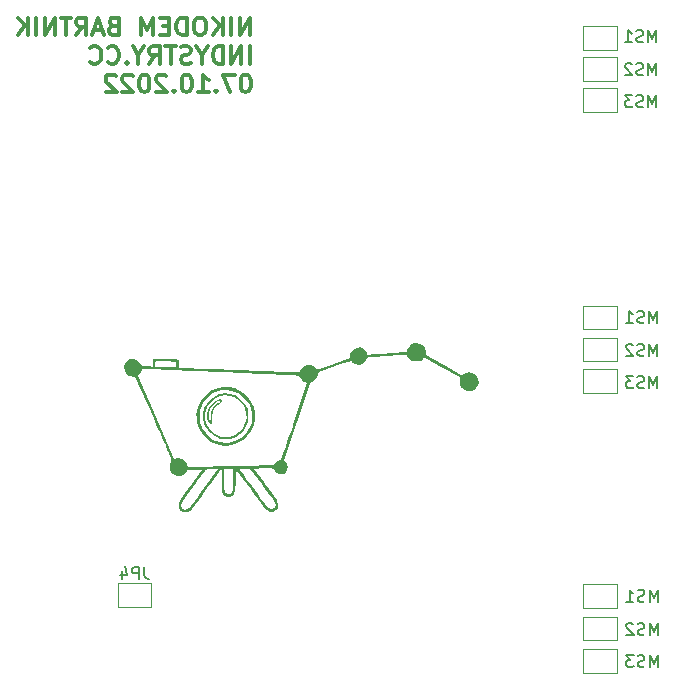
<source format=gbo>
%TF.GenerationSoftware,KiCad,Pcbnew,(6.0.6)*%
%TF.CreationDate,2022-10-10T12:51:25+02:00*%
%TF.ProjectId,startrckr_pcb,73746172-7472-4636-9b72-5f7063622e6b,rev?*%
%TF.SameCoordinates,Original*%
%TF.FileFunction,Legend,Bot*%
%TF.FilePolarity,Positive*%
%FSLAX46Y46*%
G04 Gerber Fmt 4.6, Leading zero omitted, Abs format (unit mm)*
G04 Created by KiCad (PCBNEW (6.0.6)) date 2022-10-10 12:51:25*
%MOMM*%
%LPD*%
G01*
G04 APERTURE LIST*
G04 Aperture macros list*
%AMRoundRect*
0 Rectangle with rounded corners*
0 $1 Rounding radius*
0 $2 $3 $4 $5 $6 $7 $8 $9 X,Y pos of 4 corners*
0 Add a 4 corners polygon primitive as box body*
4,1,4,$2,$3,$4,$5,$6,$7,$8,$9,$2,$3,0*
0 Add four circle primitives for the rounded corners*
1,1,$1+$1,$2,$3*
1,1,$1+$1,$4,$5*
1,1,$1+$1,$6,$7*
1,1,$1+$1,$8,$9*
0 Add four rect primitives between the rounded corners*
20,1,$1+$1,$2,$3,$4,$5,0*
20,1,$1+$1,$4,$5,$6,$7,0*
20,1,$1+$1,$6,$7,$8,$9,0*
20,1,$1+$1,$8,$9,$2,$3,0*%
G04 Aperture macros list end*
%ADD10C,0.300000*%
%ADD11C,0.177800*%
%ADD12C,0.150000*%
%ADD13C,0.120000*%
%ADD14R,1.700000X1.700000*%
%ADD15O,1.700000X1.700000*%
%ADD16RoundRect,0.250000X0.725000X-0.600000X0.725000X0.600000X-0.725000X0.600000X-0.725000X-0.600000X0*%
%ADD17O,1.950000X1.700000*%
%ADD18R,3.000000X3.000000*%
%ADD19C,3.000000*%
%ADD20C,1.700000*%
%ADD21C,4.000000*%
%ADD22R,1.600000X1.600000*%
%ADD23O,1.600000X1.600000*%
%ADD24R,2.000000X2.000000*%
%ADD25C,2.000000*%
%ADD26R,1.000000X1.500000*%
G04 APERTURE END LIST*
D10*
X182298952Y-63322191D02*
X182298952Y-61822191D01*
X181441809Y-63322191D01*
X181441809Y-61822191D01*
X180727523Y-63322191D02*
X180727523Y-61822191D01*
X180013237Y-63322191D02*
X180013237Y-61822191D01*
X179156095Y-63322191D02*
X179798952Y-62465048D01*
X179156095Y-61822191D02*
X180013237Y-62679334D01*
X178227523Y-61822191D02*
X177941809Y-61822191D01*
X177798952Y-61893620D01*
X177656095Y-62036477D01*
X177584666Y-62322191D01*
X177584666Y-62822191D01*
X177656095Y-63107905D01*
X177798952Y-63250762D01*
X177941809Y-63322191D01*
X178227523Y-63322191D01*
X178370380Y-63250762D01*
X178513237Y-63107905D01*
X178584666Y-62822191D01*
X178584666Y-62322191D01*
X178513237Y-62036477D01*
X178370380Y-61893620D01*
X178227523Y-61822191D01*
X176941809Y-63322191D02*
X176941809Y-61822191D01*
X176584666Y-61822191D01*
X176370380Y-61893620D01*
X176227523Y-62036477D01*
X176156095Y-62179334D01*
X176084666Y-62465048D01*
X176084666Y-62679334D01*
X176156095Y-62965048D01*
X176227523Y-63107905D01*
X176370380Y-63250762D01*
X176584666Y-63322191D01*
X176941809Y-63322191D01*
X175441809Y-62536477D02*
X174941809Y-62536477D01*
X174727523Y-63322191D02*
X175441809Y-63322191D01*
X175441809Y-61822191D01*
X174727523Y-61822191D01*
X174084666Y-63322191D02*
X174084666Y-61822191D01*
X173584666Y-62893620D01*
X173084666Y-61822191D01*
X173084666Y-63322191D01*
X170727523Y-62536477D02*
X170513237Y-62607905D01*
X170441809Y-62679334D01*
X170370380Y-62822191D01*
X170370380Y-63036477D01*
X170441809Y-63179334D01*
X170513237Y-63250762D01*
X170656095Y-63322191D01*
X171227523Y-63322191D01*
X171227523Y-61822191D01*
X170727523Y-61822191D01*
X170584666Y-61893620D01*
X170513237Y-61965048D01*
X170441809Y-62107905D01*
X170441809Y-62250762D01*
X170513237Y-62393620D01*
X170584666Y-62465048D01*
X170727523Y-62536477D01*
X171227523Y-62536477D01*
X169798952Y-62893620D02*
X169084666Y-62893620D01*
X169941809Y-63322191D02*
X169441809Y-61822191D01*
X168941809Y-63322191D01*
X167584666Y-63322191D02*
X168084666Y-62607905D01*
X168441809Y-63322191D02*
X168441809Y-61822191D01*
X167870380Y-61822191D01*
X167727523Y-61893620D01*
X167656095Y-61965048D01*
X167584666Y-62107905D01*
X167584666Y-62322191D01*
X167656095Y-62465048D01*
X167727523Y-62536477D01*
X167870380Y-62607905D01*
X168441809Y-62607905D01*
X167156095Y-61822191D02*
X166298952Y-61822191D01*
X166727523Y-63322191D02*
X166727523Y-61822191D01*
X165798952Y-63322191D02*
X165798952Y-61822191D01*
X164941809Y-63322191D01*
X164941809Y-61822191D01*
X164227523Y-63322191D02*
X164227523Y-61822191D01*
X163513237Y-63322191D02*
X163513237Y-61822191D01*
X162656095Y-63322191D02*
X163298952Y-62465048D01*
X162656095Y-61822191D02*
X163513237Y-62679334D01*
X182298952Y-65737191D02*
X182298952Y-64237191D01*
X181584666Y-65737191D02*
X181584666Y-64237191D01*
X180727523Y-65737191D01*
X180727523Y-64237191D01*
X180013237Y-65737191D02*
X180013237Y-64237191D01*
X179656095Y-64237191D01*
X179441809Y-64308620D01*
X179298952Y-64451477D01*
X179227523Y-64594334D01*
X179156095Y-64880048D01*
X179156095Y-65094334D01*
X179227523Y-65380048D01*
X179298952Y-65522905D01*
X179441809Y-65665762D01*
X179656095Y-65737191D01*
X180013237Y-65737191D01*
X178227523Y-65022905D02*
X178227523Y-65737191D01*
X178727523Y-64237191D02*
X178227523Y-65022905D01*
X177727523Y-64237191D01*
X177298952Y-65665762D02*
X177084666Y-65737191D01*
X176727523Y-65737191D01*
X176584666Y-65665762D01*
X176513237Y-65594334D01*
X176441809Y-65451477D01*
X176441809Y-65308620D01*
X176513237Y-65165762D01*
X176584666Y-65094334D01*
X176727523Y-65022905D01*
X177013237Y-64951477D01*
X177156095Y-64880048D01*
X177227523Y-64808620D01*
X177298952Y-64665762D01*
X177298952Y-64522905D01*
X177227523Y-64380048D01*
X177156095Y-64308620D01*
X177013237Y-64237191D01*
X176656095Y-64237191D01*
X176441809Y-64308620D01*
X176013237Y-64237191D02*
X175156095Y-64237191D01*
X175584666Y-65737191D02*
X175584666Y-64237191D01*
X173798952Y-65737191D02*
X174298952Y-65022905D01*
X174656095Y-65737191D02*
X174656095Y-64237191D01*
X174084666Y-64237191D01*
X173941809Y-64308620D01*
X173870380Y-64380048D01*
X173798952Y-64522905D01*
X173798952Y-64737191D01*
X173870380Y-64880048D01*
X173941809Y-64951477D01*
X174084666Y-65022905D01*
X174656095Y-65022905D01*
X172870380Y-65022905D02*
X172870380Y-65737191D01*
X173370380Y-64237191D02*
X172870380Y-65022905D01*
X172370380Y-64237191D01*
X171870380Y-65594334D02*
X171798952Y-65665762D01*
X171870380Y-65737191D01*
X171941809Y-65665762D01*
X171870380Y-65594334D01*
X171870380Y-65737191D01*
X170298952Y-65594334D02*
X170370380Y-65665762D01*
X170584666Y-65737191D01*
X170727523Y-65737191D01*
X170941809Y-65665762D01*
X171084666Y-65522905D01*
X171156095Y-65380048D01*
X171227523Y-65094334D01*
X171227523Y-64880048D01*
X171156095Y-64594334D01*
X171084666Y-64451477D01*
X170941809Y-64308620D01*
X170727523Y-64237191D01*
X170584666Y-64237191D01*
X170370380Y-64308620D01*
X170298952Y-64380048D01*
X168798952Y-65594334D02*
X168870380Y-65665762D01*
X169084666Y-65737191D01*
X169227523Y-65737191D01*
X169441809Y-65665762D01*
X169584666Y-65522905D01*
X169656095Y-65380048D01*
X169727523Y-65094334D01*
X169727523Y-64880048D01*
X169656095Y-64594334D01*
X169584666Y-64451477D01*
X169441809Y-64308620D01*
X169227523Y-64237191D01*
X169084666Y-64237191D01*
X168870380Y-64308620D01*
X168798952Y-64380048D01*
X182013237Y-66652191D02*
X181870380Y-66652191D01*
X181727523Y-66723620D01*
X181656095Y-66795048D01*
X181584666Y-66937905D01*
X181513237Y-67223620D01*
X181513237Y-67580762D01*
X181584666Y-67866477D01*
X181656095Y-68009334D01*
X181727523Y-68080762D01*
X181870380Y-68152191D01*
X182013237Y-68152191D01*
X182156095Y-68080762D01*
X182227523Y-68009334D01*
X182298952Y-67866477D01*
X182370380Y-67580762D01*
X182370380Y-67223620D01*
X182298952Y-66937905D01*
X182227523Y-66795048D01*
X182156095Y-66723620D01*
X182013237Y-66652191D01*
X181013237Y-66652191D02*
X180013237Y-66652191D01*
X180656095Y-68152191D01*
X179441809Y-68009334D02*
X179370380Y-68080762D01*
X179441809Y-68152191D01*
X179513237Y-68080762D01*
X179441809Y-68009334D01*
X179441809Y-68152191D01*
X177941809Y-68152191D02*
X178798952Y-68152191D01*
X178370380Y-68152191D02*
X178370380Y-66652191D01*
X178513237Y-66866477D01*
X178656095Y-67009334D01*
X178798952Y-67080762D01*
X177013237Y-66652191D02*
X176870380Y-66652191D01*
X176727523Y-66723620D01*
X176656095Y-66795048D01*
X176584666Y-66937905D01*
X176513237Y-67223620D01*
X176513237Y-67580762D01*
X176584666Y-67866477D01*
X176656095Y-68009334D01*
X176727523Y-68080762D01*
X176870380Y-68152191D01*
X177013237Y-68152191D01*
X177156095Y-68080762D01*
X177227523Y-68009334D01*
X177298952Y-67866477D01*
X177370380Y-67580762D01*
X177370380Y-67223620D01*
X177298952Y-66937905D01*
X177227523Y-66795048D01*
X177156095Y-66723620D01*
X177013237Y-66652191D01*
X175870380Y-68009334D02*
X175798952Y-68080762D01*
X175870380Y-68152191D01*
X175941809Y-68080762D01*
X175870380Y-68009334D01*
X175870380Y-68152191D01*
X175227523Y-66795048D02*
X175156095Y-66723620D01*
X175013237Y-66652191D01*
X174656095Y-66652191D01*
X174513237Y-66723620D01*
X174441809Y-66795048D01*
X174370380Y-66937905D01*
X174370380Y-67080762D01*
X174441809Y-67295048D01*
X175298952Y-68152191D01*
X174370380Y-68152191D01*
X173441809Y-66652191D02*
X173298952Y-66652191D01*
X173156095Y-66723620D01*
X173084666Y-66795048D01*
X173013237Y-66937905D01*
X172941809Y-67223620D01*
X172941809Y-67580762D01*
X173013237Y-67866477D01*
X173084666Y-68009334D01*
X173156095Y-68080762D01*
X173298952Y-68152191D01*
X173441809Y-68152191D01*
X173584666Y-68080762D01*
X173656095Y-68009334D01*
X173727523Y-67866477D01*
X173798952Y-67580762D01*
X173798952Y-67223620D01*
X173727523Y-66937905D01*
X173656095Y-66795048D01*
X173584666Y-66723620D01*
X173441809Y-66652191D01*
X172370380Y-66795048D02*
X172298952Y-66723620D01*
X172156095Y-66652191D01*
X171798952Y-66652191D01*
X171656095Y-66723620D01*
X171584666Y-66795048D01*
X171513237Y-66937905D01*
X171513237Y-67080762D01*
X171584666Y-67295048D01*
X172441809Y-68152191D01*
X171513237Y-68152191D01*
X170941809Y-66795048D02*
X170870380Y-66723620D01*
X170727523Y-66652191D01*
X170370380Y-66652191D01*
X170227523Y-66723620D01*
X170156095Y-66795048D01*
X170084666Y-66937905D01*
X170084666Y-67080762D01*
X170156095Y-67295048D01*
X171013237Y-68152191D01*
X170084666Y-68152191D01*
D11*
X216724033Y-63912837D02*
X216724033Y-62896837D01*
X216385367Y-63622551D01*
X216046700Y-62896837D01*
X216046700Y-63912837D01*
X215611271Y-63864456D02*
X215466128Y-63912837D01*
X215224224Y-63912837D01*
X215127462Y-63864456D01*
X215079081Y-63816075D01*
X215030700Y-63719313D01*
X215030700Y-63622551D01*
X215079081Y-63525789D01*
X215127462Y-63477408D01*
X215224224Y-63429027D01*
X215417748Y-63380646D01*
X215514509Y-63332265D01*
X215562890Y-63283884D01*
X215611271Y-63187122D01*
X215611271Y-63090360D01*
X215562890Y-62993598D01*
X215514509Y-62945218D01*
X215417748Y-62896837D01*
X215175843Y-62896837D01*
X215030700Y-62945218D01*
X214063081Y-63912837D02*
X214643652Y-63912837D01*
X214353367Y-63912837D02*
X214353367Y-62896837D01*
X214450128Y-63041979D01*
X214546890Y-63138741D01*
X214643652Y-63187122D01*
X216805727Y-87679903D02*
X216805727Y-86663903D01*
X216467061Y-87389617D01*
X216128394Y-86663903D01*
X216128394Y-87679903D01*
X215692965Y-87631522D02*
X215547822Y-87679903D01*
X215305918Y-87679903D01*
X215209156Y-87631522D01*
X215160775Y-87583141D01*
X215112394Y-87486379D01*
X215112394Y-87389617D01*
X215160775Y-87292855D01*
X215209156Y-87244474D01*
X215305918Y-87196093D01*
X215499442Y-87147712D01*
X215596203Y-87099331D01*
X215644584Y-87050950D01*
X215692965Y-86954188D01*
X215692965Y-86857426D01*
X215644584Y-86760664D01*
X215596203Y-86712284D01*
X215499442Y-86663903D01*
X215257537Y-86663903D01*
X215112394Y-86712284D01*
X214144775Y-87679903D02*
X214725346Y-87679903D01*
X214435061Y-87679903D02*
X214435061Y-86663903D01*
X214531822Y-86809045D01*
X214628584Y-86905807D01*
X214725346Y-86954188D01*
X216820481Y-116814209D02*
X216820481Y-115798209D01*
X216481815Y-116523923D01*
X216143148Y-115798209D01*
X216143148Y-116814209D01*
X215707719Y-116765828D02*
X215562576Y-116814209D01*
X215320672Y-116814209D01*
X215223910Y-116765828D01*
X215175529Y-116717447D01*
X215127148Y-116620685D01*
X215127148Y-116523923D01*
X215175529Y-116427161D01*
X215223910Y-116378780D01*
X215320672Y-116330399D01*
X215514196Y-116282018D01*
X215610957Y-116233637D01*
X215659338Y-116185256D01*
X215707719Y-116088494D01*
X215707719Y-115991732D01*
X215659338Y-115894970D01*
X215610957Y-115846590D01*
X215514196Y-115798209D01*
X215272291Y-115798209D01*
X215127148Y-115846590D01*
X214788481Y-115798209D02*
X214159529Y-115798209D01*
X214498196Y-116185256D01*
X214353053Y-116185256D01*
X214256291Y-116233637D01*
X214207910Y-116282018D01*
X214159529Y-116378780D01*
X214159529Y-116620685D01*
X214207910Y-116717447D01*
X214256291Y-116765828D01*
X214353053Y-116814209D01*
X214643338Y-116814209D01*
X214740100Y-116765828D01*
X214788481Y-116717447D01*
X216820481Y-114101946D02*
X216820481Y-113085946D01*
X216481815Y-113811660D01*
X216143148Y-113085946D01*
X216143148Y-114101946D01*
X215707719Y-114053565D02*
X215562576Y-114101946D01*
X215320672Y-114101946D01*
X215223910Y-114053565D01*
X215175529Y-114005184D01*
X215127148Y-113908422D01*
X215127148Y-113811660D01*
X215175529Y-113714898D01*
X215223910Y-113666517D01*
X215320672Y-113618136D01*
X215514196Y-113569755D01*
X215610957Y-113521374D01*
X215659338Y-113472993D01*
X215707719Y-113376231D01*
X215707719Y-113279469D01*
X215659338Y-113182707D01*
X215610957Y-113134327D01*
X215514196Y-113085946D01*
X215272291Y-113085946D01*
X215127148Y-113134327D01*
X214740100Y-113182707D02*
X214691719Y-113134327D01*
X214594957Y-113085946D01*
X214353053Y-113085946D01*
X214256291Y-113134327D01*
X214207910Y-113182707D01*
X214159529Y-113279469D01*
X214159529Y-113376231D01*
X214207910Y-113521374D01*
X214788481Y-114101946D01*
X214159529Y-114101946D01*
X216724033Y-69427267D02*
X216724033Y-68411267D01*
X216385367Y-69136981D01*
X216046700Y-68411267D01*
X216046700Y-69427267D01*
X215611271Y-69378886D02*
X215466128Y-69427267D01*
X215224224Y-69427267D01*
X215127462Y-69378886D01*
X215079081Y-69330505D01*
X215030700Y-69233743D01*
X215030700Y-69136981D01*
X215079081Y-69040219D01*
X215127462Y-68991838D01*
X215224224Y-68943457D01*
X215417748Y-68895076D01*
X215514509Y-68846695D01*
X215562890Y-68798314D01*
X215611271Y-68701552D01*
X215611271Y-68604790D01*
X215562890Y-68508028D01*
X215514509Y-68459648D01*
X215417748Y-68411267D01*
X215175843Y-68411267D01*
X215030700Y-68459648D01*
X214692033Y-68411267D02*
X214063081Y-68411267D01*
X214401748Y-68798314D01*
X214256605Y-68798314D01*
X214159843Y-68846695D01*
X214111462Y-68895076D01*
X214063081Y-68991838D01*
X214063081Y-69233743D01*
X214111462Y-69330505D01*
X214159843Y-69378886D01*
X214256605Y-69427267D01*
X214546890Y-69427267D01*
X214643652Y-69378886D01*
X214692033Y-69330505D01*
X216805727Y-93194333D02*
X216805727Y-92178333D01*
X216467061Y-92904047D01*
X216128394Y-92178333D01*
X216128394Y-93194333D01*
X215692965Y-93145952D02*
X215547822Y-93194333D01*
X215305918Y-93194333D01*
X215209156Y-93145952D01*
X215160775Y-93097571D01*
X215112394Y-93000809D01*
X215112394Y-92904047D01*
X215160775Y-92807285D01*
X215209156Y-92758904D01*
X215305918Y-92710523D01*
X215499442Y-92662142D01*
X215596203Y-92613761D01*
X215644584Y-92565380D01*
X215692965Y-92468618D01*
X215692965Y-92371856D01*
X215644584Y-92275094D01*
X215596203Y-92226714D01*
X215499442Y-92178333D01*
X215257537Y-92178333D01*
X215112394Y-92226714D01*
X214773727Y-92178333D02*
X214144775Y-92178333D01*
X214483442Y-92565380D01*
X214338299Y-92565380D01*
X214241537Y-92613761D01*
X214193156Y-92662142D01*
X214144775Y-92758904D01*
X214144775Y-93000809D01*
X214193156Y-93097571D01*
X214241537Y-93145952D01*
X214338299Y-93194333D01*
X214628584Y-93194333D01*
X214725346Y-93145952D01*
X214773727Y-93097571D01*
X216820481Y-111299779D02*
X216820481Y-110283779D01*
X216481815Y-111009493D01*
X216143148Y-110283779D01*
X216143148Y-111299779D01*
X215707719Y-111251398D02*
X215562576Y-111299779D01*
X215320672Y-111299779D01*
X215223910Y-111251398D01*
X215175529Y-111203017D01*
X215127148Y-111106255D01*
X215127148Y-111009493D01*
X215175529Y-110912731D01*
X215223910Y-110864350D01*
X215320672Y-110815969D01*
X215514196Y-110767588D01*
X215610957Y-110719207D01*
X215659338Y-110670826D01*
X215707719Y-110574064D01*
X215707719Y-110477302D01*
X215659338Y-110380540D01*
X215610957Y-110332160D01*
X215514196Y-110283779D01*
X215272291Y-110283779D01*
X215127148Y-110332160D01*
X214159529Y-111299779D02*
X214740100Y-111299779D01*
X214449815Y-111299779D02*
X214449815Y-110283779D01*
X214546576Y-110428921D01*
X214643338Y-110525683D01*
X214740100Y-110574064D01*
X216724033Y-66715004D02*
X216724033Y-65699004D01*
X216385367Y-66424718D01*
X216046700Y-65699004D01*
X216046700Y-66715004D01*
X215611271Y-66666623D02*
X215466128Y-66715004D01*
X215224224Y-66715004D01*
X215127462Y-66666623D01*
X215079081Y-66618242D01*
X215030700Y-66521480D01*
X215030700Y-66424718D01*
X215079081Y-66327956D01*
X215127462Y-66279575D01*
X215224224Y-66231194D01*
X215417748Y-66182813D01*
X215514509Y-66134432D01*
X215562890Y-66086051D01*
X215611271Y-65989289D01*
X215611271Y-65892527D01*
X215562890Y-65795765D01*
X215514509Y-65747385D01*
X215417748Y-65699004D01*
X215175843Y-65699004D01*
X215030700Y-65747385D01*
X214643652Y-65795765D02*
X214595271Y-65747385D01*
X214498509Y-65699004D01*
X214256605Y-65699004D01*
X214159843Y-65747385D01*
X214111462Y-65795765D01*
X214063081Y-65892527D01*
X214063081Y-65989289D01*
X214111462Y-66134432D01*
X214692033Y-66715004D01*
X214063081Y-66715004D01*
X216805727Y-90482070D02*
X216805727Y-89466070D01*
X216467061Y-90191784D01*
X216128394Y-89466070D01*
X216128394Y-90482070D01*
X215692965Y-90433689D02*
X215547822Y-90482070D01*
X215305918Y-90482070D01*
X215209156Y-90433689D01*
X215160775Y-90385308D01*
X215112394Y-90288546D01*
X215112394Y-90191784D01*
X215160775Y-90095022D01*
X215209156Y-90046641D01*
X215305918Y-89998260D01*
X215499442Y-89949879D01*
X215596203Y-89901498D01*
X215644584Y-89853117D01*
X215692965Y-89756355D01*
X215692965Y-89659593D01*
X215644584Y-89562831D01*
X215596203Y-89514451D01*
X215499442Y-89466070D01*
X215257537Y-89466070D01*
X215112394Y-89514451D01*
X214725346Y-89562831D02*
X214676965Y-89514451D01*
X214580203Y-89466070D01*
X214338299Y-89466070D01*
X214241537Y-89514451D01*
X214193156Y-89562831D01*
X214144775Y-89659593D01*
X214144775Y-89756355D01*
X214193156Y-89901498D01*
X214773727Y-90482070D01*
X214144775Y-90482070D01*
D12*
%TO.C,JP4*%
X173357579Y-108342537D02*
X173357579Y-109056823D01*
X173405198Y-109199680D01*
X173500436Y-109294918D01*
X173643293Y-109342537D01*
X173738531Y-109342537D01*
X172881388Y-109342537D02*
X172881388Y-108342537D01*
X172500436Y-108342537D01*
X172405198Y-108390157D01*
X172357579Y-108437776D01*
X172309960Y-108533014D01*
X172309960Y-108675871D01*
X172357579Y-108771109D01*
X172405198Y-108818728D01*
X172500436Y-108866347D01*
X172881388Y-108866347D01*
X171452817Y-108675871D02*
X171452817Y-109342537D01*
X171690912Y-108294918D02*
X171929007Y-109009204D01*
X171309960Y-109009204D01*
%TO.C,G\u002A\u002A\u002A*%
G36*
X186287008Y-96064239D02*
G01*
X185207059Y-99301185D01*
X185341391Y-99444175D01*
X185472287Y-99644589D01*
X185518751Y-99896601D01*
X185452550Y-100147039D01*
X185334745Y-100317043D01*
X185155266Y-100427403D01*
X184901016Y-100460335D01*
X184824497Y-100452456D01*
X184615965Y-100369462D01*
X184431631Y-100223455D01*
X184319952Y-100048758D01*
X184303006Y-100028624D01*
X184223048Y-100003305D01*
X184066193Y-99988901D01*
X183817742Y-99984383D01*
X183463001Y-99988720D01*
X182631716Y-100005681D01*
X183485172Y-101157471D01*
X183622226Y-101342541D01*
X183923607Y-101751093D01*
X184162363Y-102078798D01*
X184345748Y-102337256D01*
X184481017Y-102538071D01*
X184575424Y-102692844D01*
X184636224Y-102813176D01*
X184670671Y-102910670D01*
X184686019Y-102996927D01*
X184689522Y-103083549D01*
X184689335Y-103090869D01*
X184688210Y-103134915D01*
X184642815Y-103325345D01*
X184512324Y-103496024D01*
X184469882Y-103535645D01*
X184257349Y-103654543D01*
X184027797Y-103654606D01*
X183776514Y-103536089D01*
X183742500Y-103507282D01*
X183624286Y-103380023D01*
X183449036Y-103170973D01*
X183225773Y-102891524D01*
X182963518Y-102553073D01*
X182671293Y-102167013D01*
X182358122Y-101744739D01*
X181143222Y-100090523D01*
X181112326Y-100917999D01*
X181109723Y-100987720D01*
X181093342Y-101330475D01*
X181062859Y-101681867D01*
X181017943Y-101941644D01*
X180954189Y-102126455D01*
X180867191Y-102252949D01*
X180752546Y-102337774D01*
X180643470Y-102378331D01*
X180411482Y-102394929D01*
X180200246Y-102337774D01*
X180178471Y-102325564D01*
X180077852Y-102245802D01*
X180003968Y-102130681D01*
X179953055Y-101963077D01*
X179921349Y-101725865D01*
X179905086Y-101401920D01*
X179900501Y-100974117D01*
X179900501Y-100035991D01*
X180071481Y-100035991D01*
X180092077Y-100966430D01*
X180098427Y-101205766D01*
X180113151Y-101537424D01*
X180133761Y-101770716D01*
X180161751Y-101920164D01*
X180198618Y-102000289D01*
X180315254Y-102111449D01*
X180488604Y-102179495D01*
X180648960Y-102133525D01*
X180780322Y-101974255D01*
X180799217Y-101930937D01*
X180832695Y-101795737D01*
X180854691Y-101593949D01*
X180866753Y-101307421D01*
X180870429Y-100917999D01*
X180870429Y-100057456D01*
X181434963Y-100057456D01*
X181439243Y-100072356D01*
X181497328Y-100168202D01*
X181613376Y-100340114D01*
X181777154Y-100574150D01*
X181978428Y-100856369D01*
X182206963Y-101172827D01*
X182452527Y-101509582D01*
X182704885Y-101852692D01*
X182953804Y-102188215D01*
X183189049Y-102502207D01*
X183400388Y-102780728D01*
X183577585Y-103009834D01*
X183710408Y-103175584D01*
X183788623Y-103264034D01*
X183961110Y-103384574D01*
X184153893Y-103429466D01*
X184318315Y-103386206D01*
X184432264Y-103268703D01*
X184473632Y-103090869D01*
X184420309Y-102866612D01*
X184361948Y-102767533D01*
X184241073Y-102586434D01*
X184068187Y-102338210D01*
X183853775Y-102037715D01*
X183608321Y-101699805D01*
X183342310Y-101339332D01*
X182350459Y-100005681D01*
X181905934Y-100018345D01*
X181876616Y-100019236D01*
X181662153Y-100029369D01*
X181504139Y-100043006D01*
X181434963Y-100057456D01*
X180870429Y-100057456D01*
X180870429Y-100035991D01*
X180071481Y-100035991D01*
X179900501Y-100035991D01*
X179900501Y-100026986D01*
X179871591Y-100066301D01*
X178883084Y-101410605D01*
X178879372Y-101415654D01*
X178512527Y-101914467D01*
X178210449Y-102324876D01*
X177966170Y-102656087D01*
X177772721Y-102917304D01*
X177623134Y-103117733D01*
X177510438Y-103266578D01*
X177427666Y-103373045D01*
X177367849Y-103446338D01*
X177324018Y-103495662D01*
X177289204Y-103530224D01*
X177256439Y-103559226D01*
X177168440Y-103625664D01*
X177051336Y-103690837D01*
X176943986Y-103719724D01*
X176686858Y-103705753D01*
X176449782Y-103576903D01*
X176359960Y-103492221D01*
X176282672Y-103356965D01*
X176266244Y-103194837D01*
X176466830Y-103194837D01*
X176531167Y-103340847D01*
X176615446Y-103428132D01*
X176791185Y-103492780D01*
X176984658Y-103468697D01*
X177155298Y-103354965D01*
X177182092Y-103323018D01*
X177282175Y-103194957D01*
X177439088Y-102988886D01*
X177643146Y-102717702D01*
X177884665Y-102394301D01*
X178153959Y-102031580D01*
X178441344Y-101642435D01*
X179602295Y-100066301D01*
X179134164Y-100048398D01*
X179064358Y-100045890D01*
X178845684Y-100043594D01*
X178706600Y-100058986D01*
X178613968Y-100098767D01*
X178534651Y-100169639D01*
X178474329Y-100239013D01*
X178339292Y-100408639D01*
X178160341Y-100643374D01*
X177949124Y-100926995D01*
X177717291Y-101243278D01*
X177476490Y-101576003D01*
X177238372Y-101908944D01*
X177014584Y-102225881D01*
X176816775Y-102510589D01*
X176656596Y-102746846D01*
X176545694Y-102918430D01*
X176495719Y-103009118D01*
X176485852Y-103038878D01*
X176466830Y-103194837D01*
X176266244Y-103194837D01*
X176263496Y-103167714D01*
X176263829Y-103120221D01*
X176269005Y-103034620D01*
X176286427Y-102949537D01*
X176323575Y-102852721D01*
X176387926Y-102731920D01*
X176486957Y-102574883D01*
X176628146Y-102369357D01*
X176818972Y-102103091D01*
X177066912Y-101763834D01*
X177379444Y-101339332D01*
X178273095Y-100126922D01*
X177647820Y-100109487D01*
X177370815Y-100105138D01*
X177162016Y-100112226D01*
X177042839Y-100133374D01*
X176996888Y-100170107D01*
X176982389Y-100198943D01*
X176899329Y-100309497D01*
X176774863Y-100445179D01*
X176756329Y-100463592D01*
X176618027Y-100578174D01*
X176476767Y-100630030D01*
X176273983Y-100642196D01*
X176131801Y-100636484D01*
X175946311Y-100592195D01*
X175787003Y-100488661D01*
X175615287Y-100291642D01*
X175513016Y-100022209D01*
X175520555Y-99733288D01*
X175641173Y-99448211D01*
X175653721Y-99422581D01*
X175660588Y-99379492D01*
X175654640Y-99316312D01*
X175632565Y-99224796D01*
X175591049Y-99096700D01*
X175526780Y-98923778D01*
X175436445Y-98697785D01*
X175316732Y-98410477D01*
X175164326Y-98053609D01*
X174975917Y-97618936D01*
X174748190Y-97098212D01*
X174477834Y-96483193D01*
X174161536Y-95765635D01*
X172595728Y-92216185D01*
X172367511Y-92216064D01*
X172205393Y-92193884D01*
X172094249Y-92137496D01*
X172802295Y-92137496D01*
X174358687Y-95660176D01*
X175915079Y-99182855D01*
X176164950Y-99151105D01*
X176249301Y-99144652D01*
X176537012Y-99193550D01*
X176779340Y-99349521D01*
X176960340Y-99603497D01*
X177081515Y-99854129D01*
X178172750Y-99844446D01*
X178202164Y-99844175D01*
X178524782Y-99840340D01*
X178945194Y-99834184D01*
X179442365Y-99826075D01*
X179995258Y-99816380D01*
X180582839Y-99805468D01*
X181184070Y-99793705D01*
X181777918Y-99781459D01*
X184291850Y-99728155D01*
X184460917Y-99523048D01*
X184499203Y-99480268D01*
X184655258Y-99350673D01*
X184804184Y-99279679D01*
X184832317Y-99272431D01*
X184868661Y-99255416D01*
X184905535Y-99222076D01*
X184946410Y-99163448D01*
X184994755Y-99070573D01*
X185054043Y-98934490D01*
X185127744Y-98746237D01*
X185219328Y-98496853D01*
X185332266Y-98177378D01*
X185470029Y-97778851D01*
X185636088Y-97292311D01*
X185833914Y-96708796D01*
X186066977Y-96019347D01*
X187155570Y-92797275D01*
X186969458Y-92703626D01*
X186913795Y-92669901D01*
X186747772Y-92522508D01*
X186594213Y-92333620D01*
X186497066Y-92154341D01*
X186483283Y-92150138D01*
X186368438Y-92137789D01*
X186143666Y-92121441D01*
X185816676Y-92101472D01*
X185395178Y-92078261D01*
X184886882Y-92052188D01*
X184299497Y-92023631D01*
X183640734Y-91992970D01*
X182918301Y-91960583D01*
X182139909Y-91926850D01*
X181313267Y-91892150D01*
X180446086Y-91856861D01*
X180046619Y-91840828D01*
X179197328Y-91806568D01*
X178376477Y-91773224D01*
X177593335Y-91741185D01*
X176857174Y-91710839D01*
X176177265Y-91682575D01*
X175562877Y-91656780D01*
X175023282Y-91633844D01*
X174567751Y-91614153D01*
X174205553Y-91598097D01*
X173945961Y-91586064D01*
X173798243Y-91578442D01*
X173665522Y-91570642D01*
X173432189Y-91559593D01*
X173286375Y-91561508D01*
X173204651Y-91580064D01*
X173163590Y-91618939D01*
X173139762Y-91681811D01*
X173138212Y-91686742D01*
X173064311Y-91830512D01*
X172949838Y-91979703D01*
X172802295Y-92137496D01*
X172094249Y-92137496D01*
X171978162Y-92078600D01*
X171803090Y-91888280D01*
X171695427Y-91649409D01*
X171670422Y-91388473D01*
X171743325Y-91131959D01*
X171760195Y-91101477D01*
X171936612Y-90897927D01*
X172171421Y-90754853D01*
X172420057Y-90700657D01*
X172524800Y-90713777D01*
X172747795Y-90803335D01*
X172953626Y-90950905D01*
X173092049Y-91124778D01*
X173167818Y-91237356D01*
X173282860Y-91311522D01*
X173461601Y-91349889D01*
X173732363Y-91362995D01*
X174080931Y-91367256D01*
X174262792Y-91367256D01*
X174617203Y-91367256D01*
X174668125Y-91367591D01*
X174921196Y-91374415D01*
X175225665Y-91388227D01*
X175526510Y-91406644D01*
X176081408Y-91446031D01*
X176081408Y-90961584D01*
X175228650Y-90920876D01*
X175122834Y-90916113D01*
X174822773Y-90905911D01*
X174573147Y-90902245D01*
X174397492Y-90905264D01*
X174319342Y-90915118D01*
X174314246Y-90919113D01*
X174277742Y-91008494D01*
X174262792Y-91158662D01*
X174262792Y-91367256D01*
X174080931Y-91367256D01*
X174080931Y-90700430D01*
X174914463Y-90704923D01*
X174963935Y-90705259D01*
X175296141Y-90710808D01*
X175604707Y-90721133D01*
X175857100Y-90734886D01*
X176020787Y-90750721D01*
X176293580Y-90792025D01*
X176294112Y-91125106D01*
X176294626Y-91446031D01*
X176294645Y-91458187D01*
X181383161Y-91664761D01*
X181847156Y-91683585D01*
X182692451Y-91717739D01*
X183428174Y-91747113D01*
X184062048Y-91771848D01*
X184601795Y-91792081D01*
X185055139Y-91807951D01*
X185429802Y-91819597D01*
X185733507Y-91827156D01*
X185973976Y-91830768D01*
X186158933Y-91830570D01*
X186296099Y-91826702D01*
X186393198Y-91819302D01*
X186457952Y-91808508D01*
X186498084Y-91794458D01*
X186521317Y-91777292D01*
X186535373Y-91757148D01*
X186555864Y-91724504D01*
X186657481Y-91592707D01*
X186790024Y-91444488D01*
X186818242Y-91415620D01*
X186949112Y-91306318D01*
X187086795Y-91257322D01*
X187288034Y-91246015D01*
X187491616Y-91258742D01*
X187649437Y-91314208D01*
X187810637Y-91435268D01*
X188026184Y-91624521D01*
X189396888Y-91147321D01*
X190767592Y-90670120D01*
X190787173Y-90440817D01*
X190817942Y-90276362D01*
X190938091Y-90039384D01*
X191122452Y-89870082D01*
X191347424Y-89772731D01*
X191589405Y-89751605D01*
X191824794Y-89810979D01*
X192029988Y-89955126D01*
X192181387Y-90188322D01*
X192237190Y-90302538D01*
X192314304Y-90368525D01*
X192433961Y-90367757D01*
X192498123Y-90360306D01*
X192678562Y-90343946D01*
X192947809Y-90321989D01*
X193287109Y-90295902D01*
X193677710Y-90267155D01*
X194100859Y-90237216D01*
X194368863Y-90218267D01*
X194793890Y-90185859D01*
X195115551Y-90157134D01*
X195345481Y-90130643D01*
X195495312Y-90104934D01*
X195576680Y-90078555D01*
X195601217Y-90050056D01*
X195606984Y-89996221D01*
X195681353Y-89812612D01*
X195817093Y-89627035D01*
X195983038Y-89485565D01*
X196164276Y-89401833D01*
X196444062Y-89365102D01*
X196706877Y-89429247D01*
X196930984Y-89582847D01*
X197094651Y-89814476D01*
X197176142Y-90112710D01*
X197207661Y-90424240D01*
X198713133Y-91261254D01*
X200218606Y-92098269D01*
X200417663Y-91975244D01*
X200570051Y-91900076D01*
X200861286Y-91845893D01*
X201143137Y-91895573D01*
X201389319Y-92042212D01*
X201573550Y-92278906D01*
X201644302Y-92463037D01*
X201662941Y-92729584D01*
X201590896Y-92969641D01*
X201446500Y-93170761D01*
X201248086Y-93320496D01*
X201013987Y-93406397D01*
X200762535Y-93416015D01*
X200512065Y-93336904D01*
X200280910Y-93156614D01*
X200208119Y-93074372D01*
X200123230Y-92947248D01*
X200092433Y-92811326D01*
X200096966Y-92610953D01*
X200117446Y-92288358D01*
X198630049Y-91464084D01*
X198519131Y-91402656D01*
X198077093Y-91159069D01*
X197727736Y-90969416D01*
X197460660Y-90828755D01*
X197265464Y-90732144D01*
X197131750Y-90674641D01*
X197049116Y-90651304D01*
X197007162Y-90657191D01*
X196995489Y-90687360D01*
X196990663Y-90709430D01*
X196908405Y-90790004D01*
X196751767Y-90865364D01*
X196556590Y-90921128D01*
X196358713Y-90942912D01*
X196170915Y-90930376D01*
X196027717Y-90872925D01*
X195883102Y-90744439D01*
X195834565Y-90692937D01*
X195710144Y-90551454D01*
X195631527Y-90448338D01*
X195614558Y-90426814D01*
X195574014Y-90402734D01*
X195501840Y-90388120D01*
X195383173Y-90383103D01*
X195203150Y-90387820D01*
X194946910Y-90402402D01*
X194599589Y-90426984D01*
X194146324Y-90461699D01*
X193918218Y-90479292D01*
X193514398Y-90509552D01*
X193150047Y-90535756D01*
X192845508Y-90556495D01*
X192621131Y-90570359D01*
X192497259Y-90575939D01*
X192362301Y-90587637D01*
X192257998Y-90646765D01*
X192173779Y-90787811D01*
X192026694Y-91003283D01*
X191802239Y-91160208D01*
X191538719Y-91213921D01*
X191258418Y-91155468D01*
X191225177Y-91140830D01*
X191066175Y-91051202D01*
X190963629Y-90962810D01*
X190944020Y-90942214D01*
X190899497Y-90924470D01*
X190824435Y-90925716D01*
X190704897Y-90949591D01*
X190526947Y-90999735D01*
X190276648Y-91079787D01*
X189940062Y-91193388D01*
X189503253Y-91344175D01*
X188116039Y-91825598D01*
X188078750Y-92055008D01*
X188023058Y-92256595D01*
X187851847Y-92523918D01*
X187585306Y-92718635D01*
X187427279Y-92797275D01*
X187366956Y-92827294D01*
X186287008Y-96064239D01*
G37*
G36*
X182630674Y-96333112D02*
G01*
X182412211Y-96816936D01*
X182096814Y-97252862D01*
X181704287Y-97608138D01*
X181247294Y-97871396D01*
X180738501Y-98031270D01*
X180646254Y-98048653D01*
X180374362Y-98083697D01*
X180127836Y-98079065D01*
X179837435Y-98035050D01*
X179439454Y-97924854D01*
X178999886Y-97720431D01*
X178630221Y-97454892D01*
X178594798Y-97422344D01*
X178230404Y-97005450D01*
X177971176Y-96541738D01*
X177819892Y-96045156D01*
X177783321Y-95580382D01*
X178051575Y-95580382D01*
X178052015Y-95686907D01*
X178061212Y-95938714D01*
X178089358Y-96130885D01*
X178145621Y-96309340D01*
X178239168Y-96520000D01*
X178279018Y-96600212D01*
X178570328Y-97039400D01*
X178939874Y-97386519D01*
X179383751Y-97638573D01*
X179898055Y-97792568D01*
X179901618Y-97793243D01*
X180122999Y-97831398D01*
X180287186Y-97843562D01*
X180452655Y-97829453D01*
X180677881Y-97788788D01*
X180782302Y-97765436D01*
X181252789Y-97588333D01*
X181678149Y-97311516D01*
X182037163Y-96951434D01*
X182308610Y-96524539D01*
X182339043Y-96460321D01*
X182408497Y-96287177D01*
X182449330Y-96114970D01*
X182468932Y-95903032D01*
X182474696Y-95610693D01*
X182474117Y-95422275D01*
X182463830Y-95190654D01*
X182434883Y-95011466D01*
X182379133Y-94842305D01*
X182288436Y-94640764D01*
X182287450Y-94638704D01*
X182013536Y-94197868D01*
X181663819Y-93842129D01*
X181253943Y-93577285D01*
X180799556Y-93409135D01*
X180316302Y-93343477D01*
X179819829Y-93386109D01*
X179325781Y-93542830D01*
X179017523Y-93725449D01*
X178703297Y-93997497D01*
X178428042Y-94319715D01*
X178225808Y-94657594D01*
X178208197Y-94696095D01*
X178126659Y-94896548D01*
X178079161Y-95080109D01*
X178057025Y-95292736D01*
X178051575Y-95580382D01*
X177783321Y-95580382D01*
X177779329Y-95529655D01*
X177852264Y-95009185D01*
X178041475Y-94497696D01*
X178327367Y-94041739D01*
X178687448Y-93668136D01*
X179103900Y-93385421D01*
X179561706Y-93196441D01*
X180045850Y-93104044D01*
X180541316Y-93111079D01*
X181033088Y-93220394D01*
X181506148Y-93434835D01*
X181945481Y-93757253D01*
X182123354Y-93937178D01*
X182420067Y-94355894D01*
X182625110Y-94827228D01*
X182732528Y-95328796D01*
X182734652Y-95610693D01*
X182736367Y-95838219D01*
X182630674Y-96333112D01*
G37*
G36*
X182140786Y-96102916D02*
G01*
X182092352Y-96262066D01*
X182011931Y-96431503D01*
X181811540Y-96738403D01*
X181488756Y-97071029D01*
X181110634Y-97328558D01*
X180705693Y-97487925D01*
X180487279Y-97520148D01*
X180147337Y-97516850D01*
X179800924Y-97466472D01*
X179505328Y-97374429D01*
X179308692Y-97267271D01*
X179001164Y-97029957D01*
X178723904Y-96738779D01*
X178516517Y-96431503D01*
X178495372Y-96390647D01*
X178422767Y-96227044D01*
X178380432Y-96064623D01*
X178360671Y-95862648D01*
X178358248Y-95722410D01*
X178509977Y-95722410D01*
X178520589Y-95923104D01*
X178562142Y-96095982D01*
X178642475Y-96291430D01*
X178812569Y-96591015D01*
X179120505Y-96934039D01*
X179503797Y-97185534D01*
X179815710Y-97298508D01*
X180235836Y-97351622D01*
X180656780Y-97307512D01*
X181054204Y-97172146D01*
X181403767Y-96951495D01*
X181681132Y-96651527D01*
X181712075Y-96605439D01*
X181921340Y-96185466D01*
X182019906Y-95751970D01*
X182011976Y-95321536D01*
X181901755Y-94910748D01*
X181693447Y-94536191D01*
X181391256Y-94214450D01*
X180999386Y-93962109D01*
X180955273Y-93941925D01*
X180617728Y-93846828D01*
X180235318Y-93818342D01*
X179856748Y-93856491D01*
X179530725Y-93961305D01*
X179442673Y-94006628D01*
X179063003Y-94275323D01*
X178781796Y-94614561D01*
X178600131Y-95022706D01*
X178519083Y-95498120D01*
X178509977Y-95722410D01*
X178358248Y-95722410D01*
X178355794Y-95580382D01*
X178355988Y-95508234D01*
X178363524Y-95247448D01*
X178387663Y-95057849D01*
X178436096Y-94898699D01*
X178516517Y-94729261D01*
X178658899Y-94507674D01*
X178888277Y-94238542D01*
X179146074Y-94000922D01*
X179393449Y-93834447D01*
X179486737Y-93794794D01*
X179690971Y-93728997D01*
X179917375Y-93673100D01*
X180139726Y-93642494D01*
X180583363Y-93667124D01*
X181011545Y-93797768D01*
X181405130Y-94024775D01*
X181744973Y-94338490D01*
X182011931Y-94729261D01*
X182033077Y-94770117D01*
X182105681Y-94933721D01*
X182148017Y-95096141D01*
X182167777Y-95298116D01*
X182172654Y-95580382D01*
X182172460Y-95652531D01*
X182169586Y-95751970D01*
X182164924Y-95913316D01*
X182140786Y-96102916D01*
G37*
G36*
X179877451Y-94416710D02*
G01*
X179692291Y-94544307D01*
X179589055Y-94608003D01*
X179370883Y-94783595D01*
X179233276Y-94985457D01*
X179160128Y-95243790D01*
X179135335Y-95588794D01*
X179134001Y-95654172D01*
X179123501Y-95884097D01*
X179106610Y-96060504D01*
X179086292Y-96149534D01*
X179071032Y-96171041D01*
X178975983Y-96216578D01*
X178870361Y-96158450D01*
X178775928Y-96006673D01*
X178706927Y-95741376D01*
X178699519Y-95519762D01*
X178812811Y-95519762D01*
X178816839Y-95614881D01*
X178848186Y-95822759D01*
X178900262Y-95974416D01*
X178913359Y-95997209D01*
X178956079Y-96063334D01*
X178981740Y-96070203D01*
X178993976Y-96002328D01*
X178996421Y-95844218D01*
X178992709Y-95580382D01*
X178993267Y-95377975D01*
X179013689Y-95195204D01*
X179067500Y-95042884D01*
X179167006Y-94870919D01*
X179362706Y-94631709D01*
X179596411Y-94459406D01*
X179672302Y-94417199D01*
X179782714Y-94336031D01*
X179811651Y-94280408D01*
X179788322Y-94257684D01*
X179683425Y-94255939D01*
X179533389Y-94325332D01*
X179360306Y-94448689D01*
X179186264Y-94608835D01*
X179033356Y-94788595D01*
X178923670Y-94970794D01*
X178896682Y-95039280D01*
X178836451Y-95278863D01*
X178812811Y-95519762D01*
X178699519Y-95519762D01*
X178695350Y-95395030D01*
X178753651Y-95043606D01*
X178831976Y-94858913D01*
X178977599Y-94647182D01*
X179162716Y-94450376D01*
X179365860Y-94285606D01*
X179565566Y-94169987D01*
X179740368Y-94120628D01*
X179868798Y-94154644D01*
X179922426Y-94208122D01*
X179943693Y-94280408D01*
X179952139Y-94309117D01*
X179877451Y-94416710D01*
G37*
D13*
%TO.C,JP7*%
X210542622Y-93620424D02*
X213342622Y-93620424D01*
X213342622Y-93620424D02*
X213342622Y-91620424D01*
X210542622Y-91620424D02*
X210542622Y-93620424D01*
X213342622Y-91620424D02*
X210542622Y-91620424D01*
%TO.C,JP2*%
X210542622Y-65154062D02*
X210542622Y-67154062D01*
X213342622Y-67154062D02*
X213342622Y-65154062D01*
X213342622Y-65154062D02*
X210542622Y-65154062D01*
X210542622Y-67154062D02*
X213342622Y-67154062D01*
%TO.C,JP10*%
X210542622Y-117303824D02*
X213342622Y-117303824D01*
X210542622Y-115303824D02*
X210542622Y-117303824D01*
X213342622Y-115303824D02*
X210542622Y-115303824D01*
X213342622Y-117303824D02*
X213342622Y-115303824D01*
%TO.C,JP4*%
X171124246Y-109690157D02*
X171124246Y-111690157D01*
X171124246Y-111690157D02*
X173924246Y-111690157D01*
X173924246Y-109690157D02*
X171124246Y-109690157D01*
X173924246Y-111690157D02*
X173924246Y-109690157D01*
%TO.C,JP6*%
X210542622Y-88926645D02*
X210542622Y-90926645D01*
X213342622Y-88926645D02*
X210542622Y-88926645D01*
X210542622Y-90926645D02*
X213342622Y-90926645D01*
X213342622Y-90926645D02*
X213342622Y-88926645D01*
%TO.C,JP8*%
X210542622Y-111816486D02*
X213342622Y-111816486D01*
X213342622Y-111816486D02*
X213342622Y-109816486D01*
X213342622Y-109816486D02*
X210542622Y-109816486D01*
X210542622Y-109816486D02*
X210542622Y-111816486D01*
%TO.C,JP9*%
X213342622Y-114560155D02*
X213342622Y-112560155D01*
X210542622Y-114560155D02*
X213342622Y-114560155D01*
X210542622Y-112560155D02*
X210542622Y-114560155D01*
X213342622Y-112560155D02*
X210542622Y-112560155D01*
%TO.C,JP5*%
X213342622Y-86232867D02*
X210542622Y-86232867D01*
X210542622Y-86232867D02*
X210542622Y-88232867D01*
X213342622Y-88232867D02*
X213342622Y-86232867D01*
X210542622Y-88232867D02*
X213342622Y-88232867D01*
%TO.C,JP1*%
X213342622Y-64528515D02*
X213342622Y-62528515D01*
X210542622Y-62528515D02*
X210542622Y-64528515D01*
X213342622Y-62528515D02*
X210542622Y-62528515D01*
X210542622Y-64528515D02*
X213342622Y-64528515D01*
%TO.C,JP3*%
X213342622Y-67779609D02*
X210542622Y-67779609D01*
X213342622Y-69779609D02*
X213342622Y-67779609D01*
X210542622Y-67779609D02*
X210542622Y-69779609D01*
X210542622Y-69779609D02*
X213342622Y-69779609D01*
%TD*%
%LPC*%
D14*
%TO.C,J8*%
X189929056Y-115387290D03*
D15*
X189929056Y-117927290D03*
%TD*%
D14*
%TO.C,J7*%
X185939838Y-115387290D03*
D15*
X185939838Y-117927290D03*
%TD*%
D14*
%TO.C,J5*%
X171902643Y-85602301D03*
D15*
X171902643Y-83062301D03*
%TD*%
D16*
%TO.C,J10*%
X228014114Y-114818165D03*
D17*
X228014114Y-112318165D03*
X228014114Y-109818165D03*
X228014114Y-107318165D03*
%TD*%
D18*
%TO.C,J4*%
X229866490Y-63704601D03*
D19*
X224786490Y-63704601D03*
%TD*%
D14*
%TO.C,J6*%
X181950621Y-115387290D03*
D15*
X181950621Y-117927290D03*
%TD*%
D16*
%TO.C,J2*%
X228014114Y-80026201D03*
D17*
X228014114Y-77526201D03*
X228014114Y-75026201D03*
X228014114Y-72526201D03*
%TD*%
D20*
%TO.C,J1*%
X192474706Y-71470124D03*
X194974706Y-71470124D03*
X195014706Y-69470124D03*
X192474706Y-69470124D03*
D21*
X199824706Y-66970124D03*
X187624706Y-66970124D03*
%TD*%
D22*
%TO.C,A2*%
X219502645Y-102478942D03*
D23*
X219502645Y-99938942D03*
X219502645Y-97398942D03*
X219502645Y-94858942D03*
X219502645Y-92318942D03*
X219502645Y-89778942D03*
X219502645Y-87238942D03*
X219502645Y-84698942D03*
X206802645Y-84698942D03*
X206802645Y-87238942D03*
X206802645Y-89778942D03*
X206802645Y-92318942D03*
X206802645Y-94858942D03*
X206802645Y-97398942D03*
X206802645Y-99938942D03*
X206802645Y-102478942D03*
%TD*%
D22*
%TO.C,A3*%
X219502645Y-126166442D03*
D23*
X219502645Y-123626442D03*
X219502645Y-121086442D03*
X219502645Y-118546442D03*
X219502645Y-116006442D03*
X219502645Y-113466442D03*
X219502645Y-110926442D03*
X219502645Y-108386442D03*
X206802645Y-108386442D03*
X206802645Y-110926442D03*
X206802645Y-113466442D03*
X206802645Y-116006442D03*
X206802645Y-118546442D03*
X206802645Y-121086442D03*
X206802645Y-123626442D03*
X206802645Y-126166442D03*
%TD*%
D16*
%TO.C,J9*%
X228014114Y-97269786D03*
D17*
X228014114Y-94769786D03*
X228014114Y-92269786D03*
X228014114Y-89769786D03*
%TD*%
D22*
%TO.C,A1*%
X219502645Y-78791442D03*
D23*
X219502645Y-76251442D03*
X219502645Y-73711442D03*
X219502645Y-71171442D03*
X219502645Y-68631442D03*
X219502645Y-66091442D03*
X219502645Y-63551442D03*
X219502645Y-61011442D03*
X206802645Y-61011442D03*
X206802645Y-63551442D03*
X206802645Y-66091442D03*
X206802645Y-68631442D03*
X206802645Y-71171442D03*
X206802645Y-73711442D03*
X206802645Y-76251442D03*
X206802645Y-78791442D03*
%TD*%
D24*
%TO.C,BZ1*%
X168655736Y-114467166D03*
D25*
X176255736Y-114467166D03*
%TD*%
D26*
%TO.C,JP7*%
X212592622Y-92620424D03*
X211292622Y-92620424D03*
%TD*%
%TO.C,JP2*%
X212592622Y-66154062D03*
X211292622Y-66154062D03*
%TD*%
%TO.C,JP10*%
X212592622Y-116303824D03*
X211292622Y-116303824D03*
%TD*%
%TO.C,JP4*%
X173174246Y-110690157D03*
X171874246Y-110690157D03*
%TD*%
%TO.C,JP6*%
X212592622Y-89926645D03*
X211292622Y-89926645D03*
%TD*%
%TO.C,JP8*%
X212592622Y-110816486D03*
X211292622Y-110816486D03*
%TD*%
%TO.C,JP9*%
X212592622Y-113560155D03*
X211292622Y-113560155D03*
%TD*%
%TO.C,JP5*%
X212592622Y-87232867D03*
X211292622Y-87232867D03*
%TD*%
%TO.C,JP1*%
X212592622Y-63528515D03*
X211292622Y-63528515D03*
%TD*%
%TO.C,JP3*%
X212592622Y-68779609D03*
X211292622Y-68779609D03*
%TD*%
M02*

</source>
